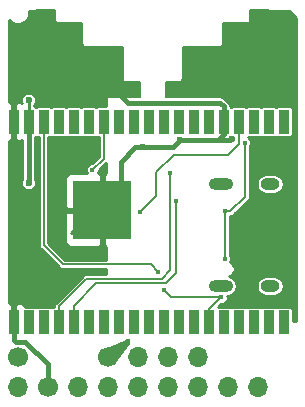
<source format=gbl>
G04 #@! TF.GenerationSoftware,KiCad,Pcbnew,5.0.2+dfsg1-1*
G04 #@! TF.CreationDate,2021-01-20T13:30:11+01:00*
G04 #@! TF.ProjectId,edgedriver,65646765-6472-4697-9665-722e6b696361,rev?*
G04 #@! TF.SameCoordinates,Original*
G04 #@! TF.FileFunction,Copper,L4,Bot*
G04 #@! TF.FilePolarity,Positive*
%FSLAX46Y46*%
G04 Gerber Fmt 4.6, Leading zero omitted, Abs format (unit mm)*
G04 Created by KiCad (PCBNEW 5.0.2+dfsg1-1) date Wed Jan 20 13:30:11 2021*
%MOMM*%
%LPD*%
G01*
G04 APERTURE LIST*
G04 #@! TA.AperFunction,SMDPad,CuDef*
%ADD10R,0.900000X2.000000*%
G04 #@! TD*
G04 #@! TA.AperFunction,SMDPad,CuDef*
%ADD11R,5.000000X5.000000*%
G04 #@! TD*
G04 #@! TA.AperFunction,ComponentPad*
%ADD12O,1.600000X1.000000*%
G04 #@! TD*
G04 #@! TA.AperFunction,ComponentPad*
%ADD13O,2.100000X1.000000*%
G04 #@! TD*
G04 #@! TA.AperFunction,ComponentPad*
%ADD14C,1.700000*%
G04 #@! TD*
G04 #@! TA.AperFunction,ComponentPad*
%ADD15O,1.700000X1.700000*%
G04 #@! TD*
G04 #@! TA.AperFunction,ViaPad*
%ADD16C,0.450000*%
G04 #@! TD*
G04 #@! TA.AperFunction,ViaPad*
%ADD17C,0.600000*%
G04 #@! TD*
G04 #@! TA.AperFunction,Conductor*
%ADD18C,0.250000*%
G04 #@! TD*
G04 #@! TA.AperFunction,Conductor*
%ADD19C,0.400000*%
G04 #@! TD*
G04 #@! TA.AperFunction,Conductor*
%ADD20C,0.240000*%
G04 #@! TD*
G04 #@! TA.AperFunction,Conductor*
%ADD21C,0.200000*%
G04 #@! TD*
G04 #@! TA.AperFunction,Conductor*
%ADD22C,0.150000*%
G04 #@! TD*
G04 #@! TA.AperFunction,Conductor*
%ADD23C,0.254000*%
G04 #@! TD*
G04 APERTURE END LIST*
D10*
G04 #@! TO.P,U1,1*
G04 #@! TO.N,GND*
X-11760000Y22500000D03*
G04 #@! TO.P,U1,2*
G04 #@! TO.N,3V3*
X-10490000Y22500000D03*
G04 #@! TO.P,U1,3*
G04 #@! TO.N,ESPEN*
X-9220000Y22500000D03*
G04 #@! TO.P,U1,4*
G04 #@! TO.N,Net-(U1-Pad4)*
X-7950000Y22500000D03*
G04 #@! TO.P,U1,5*
G04 #@! TO.N,Net-(U1-Pad5)*
X-6680000Y22500000D03*
G04 #@! TO.P,U1,6*
G04 #@! TO.N,Net-(U1-Pad6)*
X-5410000Y22500000D03*
G04 #@! TO.P,U1,7*
G04 #@! TO.N,STMTX*
X-4140000Y22500000D03*
G04 #@! TO.P,U1,8*
G04 #@! TO.N,Net-(U1-Pad8)*
X-2870000Y22500000D03*
G04 #@! TO.P,U1,9*
G04 #@! TO.N,Net-(U1-Pad9)*
X-1600000Y22500000D03*
G04 #@! TO.P,U1,10*
G04 #@! TO.N,Net-(U1-Pad10)*
X-330000Y22500000D03*
G04 #@! TO.P,U1,11*
G04 #@! TO.N,Net-(U1-Pad11)*
X940000Y22500000D03*
G04 #@! TO.P,U1,12*
G04 #@! TO.N,Net-(U1-Pad12)*
X2210000Y22500000D03*
G04 #@! TO.P,U1,13*
G04 #@! TO.N,Net-(U1-Pad13)*
X3480000Y22500000D03*
G04 #@! TO.P,U1,14*
G04 #@! TO.N,Net-(U1-Pad14)*
X4750000Y22500000D03*
G04 #@! TO.P,U1,15*
G04 #@! TO.N,GND*
X6020000Y22500000D03*
G04 #@! TO.P,U1,16*
G04 #@! TO.N,STMRX*
X7290000Y22500000D03*
G04 #@! TO.P,U1,17*
G04 #@! TO.N,Net-(U1-Pad17)*
X8560000Y22500000D03*
G04 #@! TO.P,U1,18*
G04 #@! TO.N,Net-(U1-Pad18)*
X9830000Y22500000D03*
G04 #@! TO.P,U1,19*
G04 #@! TO.N,Net-(U1-Pad19)*
X11100000Y22500000D03*
G04 #@! TO.P,U1,20*
G04 #@! TO.N,Net-(U1-Pad20)*
X11100000Y5500000D03*
G04 #@! TO.P,U1,21*
G04 #@! TO.N,Net-(U1-Pad21)*
X9830000Y5500000D03*
G04 #@! TO.P,U1,22*
G04 #@! TO.N,Net-(U1-Pad22)*
X8560000Y5500000D03*
G04 #@! TO.P,U1,23*
G04 #@! TO.N,Net-(U1-Pad23)*
X7290000Y5500000D03*
G04 #@! TO.P,U1,24*
G04 #@! TO.N,Net-(U1-Pad24)*
X6020000Y5500000D03*
G04 #@! TO.P,U1,25*
G04 #@! TO.N,ESPRST*
X4750000Y5500000D03*
G04 #@! TO.P,U1,26*
G04 #@! TO.N,Net-(U1-Pad26)*
X3480000Y5500000D03*
G04 #@! TO.P,U1,27*
G04 #@! TO.N,Net-(U1-Pad27)*
X2210000Y5500000D03*
G04 #@! TO.P,U1,28*
G04 #@! TO.N,Net-(U1-Pad28)*
X940000Y5500000D03*
G04 #@! TO.P,U1,29*
G04 #@! TO.N,Net-(U1-Pad29)*
X-330000Y5500000D03*
G04 #@! TO.P,U1,30*
G04 #@! TO.N,Net-(U1-Pad30)*
X-1600000Y5500000D03*
G04 #@! TO.P,U1,31*
G04 #@! TO.N,Net-(U1-Pad31)*
X-2870000Y5500000D03*
G04 #@! TO.P,U1,32*
G04 #@! TO.N,Net-(U1-Pad32)*
X-4140000Y5500000D03*
G04 #@! TO.P,U1,33*
G04 #@! TO.N,Net-(U1-Pad33)*
X-5410000Y5500000D03*
G04 #@! TO.P,U1,34*
G04 #@! TO.N,ESPRX*
X-6680000Y5500000D03*
G04 #@! TO.P,U1,35*
G04 #@! TO.N,ESPTX*
X-7950000Y5500000D03*
G04 #@! TO.P,U1,36*
G04 #@! TO.N,Net-(U1-Pad36)*
X-9220000Y5500000D03*
G04 #@! TO.P,U1,37*
G04 #@! TO.N,Net-(U1-Pad37)*
X-10490000Y5500000D03*
G04 #@! TO.P,U1,38*
G04 #@! TO.N,GND*
X-11760000Y5500000D03*
D11*
G04 #@! TO.P,U1,39*
X-4260000Y15000000D03*
G04 #@! TD*
D12*
G04 #@! TO.P,J2,S1*
G04 #@! TO.N,GND*
X9950000Y17220000D03*
X9950000Y8580000D03*
D13*
X5770000Y8580000D03*
X5770000Y17220000D03*
G04 #@! TD*
D14*
G04 #@! TO.P,J4,1*
G04 #@! TO.N,SWDIO*
X-11430000Y2540000D03*
D15*
G04 #@! TO.P,J4,2*
G04 #@! TO.N,SWDCLK*
X-11430000Y0D03*
G04 #@! TD*
D14*
G04 #@! TO.P,J3,1*
G04 #@! TO.N,Net-(J3-Pad1)*
X-3810000Y2540000D03*
D15*
G04 #@! TO.P,J3,2*
G04 #@! TO.N,Net-(J3-Pad2)*
X-1270000Y2540000D03*
G04 #@! TO.P,J3,3*
G04 #@! TO.N,Net-(J3-Pad3)*
X1270000Y2540000D03*
G04 #@! TO.P,J3,4*
G04 #@! TO.N,Net-(J3-Pad4)*
X3810000Y2540000D03*
G04 #@! TD*
D14*
G04 #@! TO.P,J1,1*
G04 #@! TO.N,GND*
X-8890000Y0D03*
D15*
G04 #@! TO.P,J1,2*
X-6350000Y0D03*
G04 #@! TO.P,J1,3*
G04 #@! TO.N,Net-(J1-Pad3)*
X-3810000Y0D03*
G04 #@! TO.P,J1,4*
G04 #@! TO.N,Net-(J1-Pad4)*
X-1270000Y0D03*
G04 #@! TO.P,J1,5*
G04 #@! TO.N,Net-(J1-Pad5)*
X1270000Y0D03*
G04 #@! TO.P,J1,6*
G04 #@! TO.N,Net-(J1-Pad6)*
X3810000Y0D03*
G04 #@! TO.P,J1,7*
G04 #@! TO.N,+5V*
X6350000Y0D03*
G04 #@! TO.P,J1,8*
X8890000Y0D03*
G04 #@! TD*
D16*
G04 #@! TO.N,+5V*
X6800000Y12800000D03*
X8100000Y14100000D03*
D17*
G04 #@! TO.N,GND*
X-4000000Y26000000D03*
X-5500000Y26000000D03*
X-7000000Y26000000D03*
X-7000000Y27500000D03*
X-5500000Y27500000D03*
X-4000000Y27500000D03*
X-7000000Y29000000D03*
X-8500000Y27500000D03*
X-8500000Y29000000D03*
X-8500000Y26000000D03*
X2300000Y20900000D03*
X6700000Y21000000D03*
X-11700000Y24400000D03*
X-2600000Y12800000D03*
X-800000Y20300000D03*
X-11600000Y15800000D03*
X-3700000Y16400000D03*
X-11290000Y7300000D03*
X-9300000Y7200000D03*
X-4600000Y13400000D03*
X-10000000Y14600000D03*
D16*
X-5500000Y20900000D03*
X-8000000Y20900000D03*
X-7300000Y19300000D03*
X-5000000Y19300000D03*
X-4600000Y11100000D03*
X-7200000Y11200000D03*
X-8500000Y12500000D03*
X-7400000Y8500000D03*
G04 #@! TO.N,Net-(C1-Pad1)*
X6100000Y14900000D03*
X6100000Y10900000D03*
X7800000Y20700000D03*
D17*
G04 #@! TO.N,+5V*
X8500000Y27500000D03*
X7000000Y27500000D03*
X7000000Y29000000D03*
X7000000Y26000000D03*
X8500000Y29000000D03*
X5500000Y27500000D03*
X5500000Y26000000D03*
X8500000Y26000000D03*
X11600000Y8100000D03*
X6600000Y7500000D03*
X9400000Y7200000D03*
G04 #@! TO.N,3V3*
X-10500000Y17300000D03*
X-10500000Y24300000D03*
D16*
G04 #@! TO.N,ESPEN*
X500000Y9800000D03*
G04 #@! TO.N,Net-(J3-Pad1)*
X-2100000Y3900000D03*
G04 #@! TO.N,ESPRST*
X5800000Y7600000D03*
X1000000Y8200000D03*
G04 #@! TO.N,ESPRX*
X2010000Y15770000D03*
G04 #@! TO.N,ESPTX*
X1500000Y18160000D03*
G04 #@! TO.N,STMTX*
X-5100000Y18400000D03*
G04 #@! TO.N,STMRX*
X-1100000Y14800000D03*
G04 #@! TD*
D18*
G04 #@! TO.N,GND*
X-11760000Y5500000D02*
X-11760000Y6240000D01*
D19*
X-4000000Y26000000D02*
X-2100000Y24100000D01*
X5700000Y24100000D02*
X-2100000Y24100000D01*
X6020000Y23780000D02*
X5700000Y24100000D01*
X6020000Y23780000D02*
X6020000Y22500000D01*
X-10100000Y26000000D02*
X-8500000Y26000000D01*
X-11700000Y24400000D02*
X-10100000Y26000000D01*
X6020000Y22500000D02*
X6020000Y23365996D01*
X2300000Y20900000D02*
X2290000Y20900000D01*
D20*
X2290000Y20900000D02*
X2290000Y20800000D01*
X2290000Y20800000D02*
X2290000Y20800000D01*
D19*
X2300000Y20900000D02*
X5400000Y20900000D01*
X5400000Y20900000D02*
X5500000Y20900000D01*
X6020000Y21420000D02*
X6020000Y22500000D01*
X5500000Y20900000D02*
X6020000Y21420000D01*
X5400000Y20900000D02*
X6600000Y20900000D01*
X6600000Y20900000D02*
X6700000Y21000000D01*
D20*
X-11760000Y24340000D02*
X-11760000Y22500000D01*
X-11700000Y24400000D02*
X-11760000Y24340000D01*
D19*
X-8890000Y0D02*
X-8890000Y1970000D01*
X-11760000Y4010000D02*
X-11760000Y5500000D01*
X-11590000Y3840000D02*
X-11760000Y4010000D01*
X-10760000Y3840000D02*
X-11590000Y3840000D01*
X-8890000Y1970000D02*
X-10760000Y3840000D01*
X-2700000Y19100000D02*
X-2700000Y16560000D01*
X-1500000Y20300000D02*
X-2700000Y19100000D01*
X2300000Y20900000D02*
X1700000Y20300000D01*
X-2700000Y16560000D02*
X-4260000Y15000000D01*
X1700000Y20300000D02*
X-1500000Y20300000D01*
X-11760000Y22500000D02*
X-11760000Y15960000D01*
X-11760000Y15960000D02*
X-11600000Y15800000D01*
D20*
X-4260000Y15000000D02*
X-5000000Y15000000D01*
X-5000000Y15000000D02*
X-6900000Y13100000D01*
X-11600000Y15800000D02*
X-11200000Y15800000D01*
X-11200000Y15800000D02*
X-10000000Y14600000D01*
D21*
G04 #@! TO.N,Net-(C1-Pad1)*
X6100000Y14900000D02*
X6100000Y10900000D01*
X7800000Y20700000D02*
X7800000Y16100000D01*
X7800000Y16100000D02*
X6600000Y14900000D01*
X6100000Y14900000D02*
X6600000Y14900000D01*
D20*
G04 #@! TO.N,+5V*
X10000000Y9900000D02*
X11500000Y9900000D01*
D19*
G04 #@! TO.N,3V3*
X-10500000Y22490000D02*
X-10490000Y22500000D01*
X-10500000Y17300000D02*
X-10500000Y22490000D01*
D20*
X-10490000Y24290000D02*
X-10490000Y22500000D01*
X-10500000Y24300000D02*
X-10490000Y24290000D01*
D22*
G04 #@! TO.N,ESPEN*
X-9220000Y12020000D02*
X-9220000Y22500000D01*
X-7600000Y10400000D02*
X-9220000Y12020000D01*
X-100000Y10400000D02*
X-7600000Y10400000D01*
X500000Y9800000D02*
X-100000Y10400000D01*
G04 #@! TO.N,Net-(J3-Pad1)*
X-3370000Y2540000D02*
X-3810000Y2540000D01*
D20*
X-2050000Y3860000D02*
X-3370000Y2540000D01*
D22*
G04 #@! TO.N,ESPRST*
X4750000Y6650000D02*
X4750000Y5500000D01*
X5800000Y7600000D02*
X4750000Y6650000D01*
X1600000Y7600000D02*
X5800000Y7600000D01*
X1000000Y8200000D02*
X1600000Y7600000D01*
D18*
G04 #@! TO.N,ESPRX*
X-6680000Y6420000D02*
X-6680000Y5500000D01*
X-6680000Y6420000D02*
X-6680000Y5500000D01*
D22*
X-6680000Y6920000D02*
X-6680000Y5500000D01*
X-4800000Y8800000D02*
X-6680000Y6920000D01*
X1100000Y8800000D02*
X-4800000Y8800000D01*
X1970000Y9670000D02*
X1100000Y8800000D01*
X1970000Y15730000D02*
X1970000Y9670000D01*
X2010000Y15770000D02*
X1970000Y15730000D01*
G04 #@! TO.N,ESPTX*
X-7950000Y6850000D02*
X-7950000Y5500000D01*
X-5600000Y9200000D02*
X-7950000Y6850000D01*
X1500000Y18160000D02*
X1500000Y9900000D01*
X800000Y9200000D02*
X-5600000Y9200000D01*
X1500000Y9900000D02*
X800000Y9200000D01*
G04 #@! TO.N,STMTX*
X-4140000Y19360000D02*
X-4140000Y22500000D01*
X-5100000Y18400000D02*
X-4140000Y19360000D01*
G04 #@! TO.N,STMRX*
X300000Y16200000D02*
X300000Y18200000D01*
X300000Y18200000D02*
X1800000Y19700000D01*
X1800000Y19700000D02*
X6400000Y19700000D01*
X-1100000Y14800000D02*
X300000Y16200000D01*
X7290000Y20590000D02*
X7290000Y22500000D01*
X6400000Y19700000D02*
X7290000Y20590000D01*
G04 #@! TD*
D21*
G04 #@! TO.N,GND*
G36*
X-8225000Y31287760D02*
X-8274540Y31213617D01*
X-8297158Y31099910D01*
X-8274540Y30986203D01*
X-8210131Y30889807D01*
X-8113735Y30825398D01*
X-8028729Y30808489D01*
X-5941204Y30808489D01*
X-5941205Y29128735D01*
X-5946914Y29100034D01*
X-5924296Y28986327D01*
X-5859887Y28889931D01*
X-5763491Y28825522D01*
X-5649784Y28802904D01*
X-5621084Y28808613D01*
X-2541412Y28808613D01*
X-2541413Y26128399D01*
X-2547122Y26099698D01*
X-2524504Y25985991D01*
X-2460095Y25889595D01*
X-2363699Y25825186D01*
X-2249992Y25802568D01*
X-2221292Y25808277D01*
X-1100000Y25808277D01*
X-1100000Y24600000D01*
X-9900000Y24600000D01*
X-9900000Y31900000D01*
X-8225000Y31900000D01*
X-8225000Y31287760D01*
X-8225000Y31287760D01*
G37*
X-8225000Y31287760D02*
X-8274540Y31213617D01*
X-8297158Y31099910D01*
X-8274540Y30986203D01*
X-8210131Y30889807D01*
X-8113735Y30825398D01*
X-8028729Y30808489D01*
X-5941204Y30808489D01*
X-5941205Y29128735D01*
X-5946914Y29100034D01*
X-5924296Y28986327D01*
X-5859887Y28889931D01*
X-5763491Y28825522D01*
X-5649784Y28802904D01*
X-5621084Y28808613D01*
X-2541412Y28808613D01*
X-2541413Y26128399D01*
X-2547122Y26099698D01*
X-2524504Y25985991D01*
X-2460095Y25889595D01*
X-2363699Y25825186D01*
X-2249992Y25802568D01*
X-2221292Y25808277D01*
X-1100000Y25808277D01*
X-1100000Y24600000D01*
X-9900000Y24600000D01*
X-9900000Y31900000D01*
X-8225000Y31900000D01*
X-8225000Y31287760D01*
G04 #@! TO.N,+5V*
G36*
X9900000Y24600000D02*
X5749241Y24600000D01*
X5700000Y24609795D01*
X5650759Y24600000D01*
X1100000Y24600000D01*
X1100000Y25808277D01*
X2221292Y25808277D01*
X2249992Y25802568D01*
X2363699Y25825186D01*
X2460095Y25889595D01*
X2524504Y25985991D01*
X2541413Y26070997D01*
X2541413Y26070998D01*
X2547122Y26099698D01*
X2541413Y26128399D01*
X2541413Y28808613D01*
X5620567Y28808613D01*
X5649267Y28802904D01*
X5762974Y28825522D01*
X5859370Y28889931D01*
X5923779Y28986327D01*
X5940688Y29071333D01*
X5940688Y29071334D01*
X5946397Y29100034D01*
X5940688Y29128735D01*
X5940688Y30808489D01*
X8028213Y30808489D01*
X8113219Y30825398D01*
X8209615Y30889807D01*
X8274024Y30986203D01*
X8296642Y31099910D01*
X8274024Y31213617D01*
X8225000Y31286987D01*
X8225000Y31900000D01*
X9900000Y31900000D01*
X9900000Y24600000D01*
X9900000Y24600000D01*
G37*
X9900000Y24600000D02*
X5749241Y24600000D01*
X5700000Y24609795D01*
X5650759Y24600000D01*
X1100000Y24600000D01*
X1100000Y25808277D01*
X2221292Y25808277D01*
X2249992Y25802568D01*
X2363699Y25825186D01*
X2460095Y25889595D01*
X2524504Y25985991D01*
X2541413Y26070997D01*
X2541413Y26070998D01*
X2547122Y26099698D01*
X2541413Y26128399D01*
X2541413Y28808613D01*
X5620567Y28808613D01*
X5649267Y28802904D01*
X5762974Y28825522D01*
X5859370Y28889931D01*
X5923779Y28986327D01*
X5940688Y29071333D01*
X5940688Y29071334D01*
X5946397Y29100034D01*
X5940688Y29128735D01*
X5940688Y30808489D01*
X8028213Y30808489D01*
X8113219Y30825398D01*
X8209615Y30889807D01*
X8274024Y30986203D01*
X8296642Y31099910D01*
X8274024Y31213617D01*
X8225000Y31286987D01*
X8225000Y31900000D01*
X9900000Y31900000D01*
X9900000Y24600000D01*
D23*
G36*
X12173000Y31247394D02*
X12173000Y5627000D01*
X11883406Y5627000D01*
X11883406Y6500000D01*
X11858027Y6627589D01*
X11785754Y6735754D01*
X11677589Y6808027D01*
X11550000Y6833406D01*
X10650000Y6833406D01*
X10522411Y6808027D01*
X10465000Y6769666D01*
X10407589Y6808027D01*
X10280000Y6833406D01*
X9380000Y6833406D01*
X9252411Y6808027D01*
X9195000Y6769666D01*
X9137589Y6808027D01*
X9010000Y6833406D01*
X8110000Y6833406D01*
X7982411Y6808027D01*
X7925000Y6769666D01*
X7867589Y6808027D01*
X7740000Y6833406D01*
X6840000Y6833406D01*
X6712411Y6808027D01*
X6655000Y6769666D01*
X6597589Y6808027D01*
X6470000Y6833406D01*
X5570000Y6833406D01*
X5546792Y6828790D01*
X5789078Y7048000D01*
X5909800Y7048000D01*
X6112683Y7132037D01*
X6267963Y7287317D01*
X6352000Y7490200D01*
X6352000Y7709800D01*
X6334106Y7753000D01*
X6401448Y7753000D01*
X6642679Y7800984D01*
X6916233Y7983767D01*
X7099016Y8257321D01*
X7163201Y8580000D01*
X8806799Y8580000D01*
X8870984Y8257321D01*
X9053767Y7983767D01*
X9327321Y7800984D01*
X9568552Y7753000D01*
X10331448Y7753000D01*
X10572679Y7800984D01*
X10846233Y7983767D01*
X11029016Y8257321D01*
X11093201Y8580000D01*
X11029016Y8902679D01*
X10846233Y9176233D01*
X10572679Y9359016D01*
X10331448Y9407000D01*
X9568552Y9407000D01*
X9327321Y9359016D01*
X9053767Y9176233D01*
X8870984Y8902679D01*
X8806799Y8580000D01*
X7163201Y8580000D01*
X7099016Y8902679D01*
X6916233Y9176233D01*
X6642679Y9359016D01*
X6500446Y9387308D01*
X6669328Y9457261D01*
X6852739Y9640672D01*
X6952000Y9880309D01*
X6952000Y10139691D01*
X6852739Y10379328D01*
X6669328Y10562739D01*
X6574118Y10602176D01*
X6652000Y10790200D01*
X6652000Y11009800D01*
X6567963Y11212683D01*
X6527000Y11253646D01*
X6527000Y14473000D01*
X6557947Y14473000D01*
X6600000Y14464635D01*
X6642053Y14473000D01*
X6642054Y14473000D01*
X6766607Y14497775D01*
X6907850Y14592150D01*
X6931675Y14627807D01*
X8072198Y15768329D01*
X8107850Y15792150D01*
X8202225Y15933393D01*
X8227000Y16057946D01*
X8235365Y16099999D01*
X8227000Y16142052D01*
X8227000Y17220000D01*
X8806799Y17220000D01*
X8870984Y16897321D01*
X9053767Y16623767D01*
X9327321Y16440984D01*
X9568552Y16393000D01*
X10331448Y16393000D01*
X10572679Y16440984D01*
X10846233Y16623767D01*
X11029016Y16897321D01*
X11093201Y17220000D01*
X11029016Y17542679D01*
X10846233Y17816233D01*
X10572679Y17999016D01*
X10331448Y18047000D01*
X9568552Y18047000D01*
X9327321Y17999016D01*
X9053767Y17816233D01*
X8870984Y17542679D01*
X8806799Y17220000D01*
X8227000Y17220000D01*
X8227000Y20346354D01*
X8267963Y20387317D01*
X8352000Y20590200D01*
X8352000Y20809800D01*
X8267963Y21012683D01*
X8114052Y21166594D01*
X9010000Y21166594D01*
X9137589Y21191973D01*
X9195000Y21230334D01*
X9252411Y21191973D01*
X9380000Y21166594D01*
X10280000Y21166594D01*
X10407589Y21191973D01*
X10465000Y21230334D01*
X10522411Y21191973D01*
X10650000Y21166594D01*
X11550000Y21166594D01*
X11677589Y21191973D01*
X11785754Y21264246D01*
X11858027Y21372411D01*
X11883406Y21500000D01*
X11883406Y23500000D01*
X11858027Y23627589D01*
X11785754Y23735754D01*
X11677589Y23808027D01*
X11550000Y23833406D01*
X10650000Y23833406D01*
X10522411Y23808027D01*
X10465000Y23769666D01*
X10407589Y23808027D01*
X10280000Y23833406D01*
X9380000Y23833406D01*
X9252411Y23808027D01*
X9195000Y23769666D01*
X9137589Y23808027D01*
X9010000Y23833406D01*
X8110000Y23833406D01*
X7982411Y23808027D01*
X7925000Y23769666D01*
X7867589Y23808027D01*
X7740000Y23833406D01*
X6840000Y23833406D01*
X6712411Y23808027D01*
X6655000Y23769666D01*
X6597589Y23808027D01*
X6549860Y23817521D01*
X6547000Y23831899D01*
X6547000Y23831903D01*
X6516423Y23985625D01*
X6399945Y24159945D01*
X6355943Y24189347D01*
X6109346Y24435944D01*
X6079945Y24479945D01*
X5905625Y24596423D01*
X5751903Y24627000D01*
X5751898Y24627000D01*
X5700000Y24637323D01*
X5648102Y24627000D01*
X3927000Y24627000D01*
X3927000Y25341353D01*
X9282355Y29903322D01*
X9313083Y29942197D01*
X9327000Y30000000D01*
X9327000Y31873000D01*
X11547394Y31873000D01*
X12173000Y31247394D01*
X12173000Y31247394D01*
G37*
X12173000Y31247394D02*
X12173000Y5627000D01*
X11883406Y5627000D01*
X11883406Y6500000D01*
X11858027Y6627589D01*
X11785754Y6735754D01*
X11677589Y6808027D01*
X11550000Y6833406D01*
X10650000Y6833406D01*
X10522411Y6808027D01*
X10465000Y6769666D01*
X10407589Y6808027D01*
X10280000Y6833406D01*
X9380000Y6833406D01*
X9252411Y6808027D01*
X9195000Y6769666D01*
X9137589Y6808027D01*
X9010000Y6833406D01*
X8110000Y6833406D01*
X7982411Y6808027D01*
X7925000Y6769666D01*
X7867589Y6808027D01*
X7740000Y6833406D01*
X6840000Y6833406D01*
X6712411Y6808027D01*
X6655000Y6769666D01*
X6597589Y6808027D01*
X6470000Y6833406D01*
X5570000Y6833406D01*
X5546792Y6828790D01*
X5789078Y7048000D01*
X5909800Y7048000D01*
X6112683Y7132037D01*
X6267963Y7287317D01*
X6352000Y7490200D01*
X6352000Y7709800D01*
X6334106Y7753000D01*
X6401448Y7753000D01*
X6642679Y7800984D01*
X6916233Y7983767D01*
X7099016Y8257321D01*
X7163201Y8580000D01*
X8806799Y8580000D01*
X8870984Y8257321D01*
X9053767Y7983767D01*
X9327321Y7800984D01*
X9568552Y7753000D01*
X10331448Y7753000D01*
X10572679Y7800984D01*
X10846233Y7983767D01*
X11029016Y8257321D01*
X11093201Y8580000D01*
X11029016Y8902679D01*
X10846233Y9176233D01*
X10572679Y9359016D01*
X10331448Y9407000D01*
X9568552Y9407000D01*
X9327321Y9359016D01*
X9053767Y9176233D01*
X8870984Y8902679D01*
X8806799Y8580000D01*
X7163201Y8580000D01*
X7099016Y8902679D01*
X6916233Y9176233D01*
X6642679Y9359016D01*
X6500446Y9387308D01*
X6669328Y9457261D01*
X6852739Y9640672D01*
X6952000Y9880309D01*
X6952000Y10139691D01*
X6852739Y10379328D01*
X6669328Y10562739D01*
X6574118Y10602176D01*
X6652000Y10790200D01*
X6652000Y11009800D01*
X6567963Y11212683D01*
X6527000Y11253646D01*
X6527000Y14473000D01*
X6557947Y14473000D01*
X6600000Y14464635D01*
X6642053Y14473000D01*
X6642054Y14473000D01*
X6766607Y14497775D01*
X6907850Y14592150D01*
X6931675Y14627807D01*
X8072198Y15768329D01*
X8107850Y15792150D01*
X8202225Y15933393D01*
X8227000Y16057946D01*
X8235365Y16099999D01*
X8227000Y16142052D01*
X8227000Y17220000D01*
X8806799Y17220000D01*
X8870984Y16897321D01*
X9053767Y16623767D01*
X9327321Y16440984D01*
X9568552Y16393000D01*
X10331448Y16393000D01*
X10572679Y16440984D01*
X10846233Y16623767D01*
X11029016Y16897321D01*
X11093201Y17220000D01*
X11029016Y17542679D01*
X10846233Y17816233D01*
X10572679Y17999016D01*
X10331448Y18047000D01*
X9568552Y18047000D01*
X9327321Y17999016D01*
X9053767Y17816233D01*
X8870984Y17542679D01*
X8806799Y17220000D01*
X8227000Y17220000D01*
X8227000Y20346354D01*
X8267963Y20387317D01*
X8352000Y20590200D01*
X8352000Y20809800D01*
X8267963Y21012683D01*
X8114052Y21166594D01*
X9010000Y21166594D01*
X9137589Y21191973D01*
X9195000Y21230334D01*
X9252411Y21191973D01*
X9380000Y21166594D01*
X10280000Y21166594D01*
X10407589Y21191973D01*
X10465000Y21230334D01*
X10522411Y21191973D01*
X10650000Y21166594D01*
X11550000Y21166594D01*
X11677589Y21191973D01*
X11785754Y21264246D01*
X11858027Y21372411D01*
X11883406Y21500000D01*
X11883406Y23500000D01*
X11858027Y23627589D01*
X11785754Y23735754D01*
X11677589Y23808027D01*
X11550000Y23833406D01*
X10650000Y23833406D01*
X10522411Y23808027D01*
X10465000Y23769666D01*
X10407589Y23808027D01*
X10280000Y23833406D01*
X9380000Y23833406D01*
X9252411Y23808027D01*
X9195000Y23769666D01*
X9137589Y23808027D01*
X9010000Y23833406D01*
X8110000Y23833406D01*
X7982411Y23808027D01*
X7925000Y23769666D01*
X7867589Y23808027D01*
X7740000Y23833406D01*
X6840000Y23833406D01*
X6712411Y23808027D01*
X6655000Y23769666D01*
X6597589Y23808027D01*
X6549860Y23817521D01*
X6547000Y23831899D01*
X6547000Y23831903D01*
X6516423Y23985625D01*
X6399945Y24159945D01*
X6355943Y24189347D01*
X6109346Y24435944D01*
X6079945Y24479945D01*
X5905625Y24596423D01*
X5751903Y24627000D01*
X5751898Y24627000D01*
X5700000Y24637323D01*
X5648102Y24627000D01*
X3927000Y24627000D01*
X3927000Y25341353D01*
X9282355Y29903322D01*
X9313083Y29942197D01*
X9327000Y30000000D01*
X9327000Y31873000D01*
X11547394Y31873000D01*
X12173000Y31247394D01*
G04 #@! TO.N,GND*
G36*
X-9327000Y30000000D02*
X-9317333Y29951399D01*
X-9282355Y29903322D01*
X-3927000Y25341353D01*
X-3927000Y23833406D01*
X-4590000Y23833406D01*
X-4717589Y23808027D01*
X-4775000Y23769666D01*
X-4832411Y23808027D01*
X-4960000Y23833406D01*
X-5860000Y23833406D01*
X-5987589Y23808027D01*
X-6045000Y23769666D01*
X-6102411Y23808027D01*
X-6230000Y23833406D01*
X-7130000Y23833406D01*
X-7257589Y23808027D01*
X-7315000Y23769666D01*
X-7372411Y23808027D01*
X-7500000Y23833406D01*
X-8400000Y23833406D01*
X-8527589Y23808027D01*
X-8585000Y23769666D01*
X-8642411Y23808027D01*
X-8770000Y23833406D01*
X-9670000Y23833406D01*
X-9797589Y23808027D01*
X-9855000Y23769666D01*
X-9912411Y23808027D01*
X-10040000Y23833406D01*
X-10043000Y23833406D01*
X-10043000Y23870288D01*
X-9968455Y23944833D01*
X-9873000Y24175282D01*
X-9873000Y24424718D01*
X-9968455Y24655167D01*
X-10144833Y24831545D01*
X-10375282Y24927000D01*
X-10624718Y24927000D01*
X-10855167Y24831545D01*
X-11031545Y24655167D01*
X-11127000Y24424718D01*
X-11127000Y24175282D01*
X-11095118Y24098312D01*
X-11183690Y24135000D01*
X-11474250Y24135000D01*
X-11633000Y23976250D01*
X-11633000Y22627000D01*
X-11613000Y22627000D01*
X-11613000Y22373000D01*
X-11633000Y22373000D01*
X-11633000Y21023750D01*
X-11474250Y20865000D01*
X-11183690Y20865000D01*
X-11026999Y20929903D01*
X-11027000Y17659712D01*
X-11031545Y17655167D01*
X-11127000Y17424718D01*
X-11127000Y17175282D01*
X-11031545Y16944833D01*
X-10855167Y16768455D01*
X-10624718Y16673000D01*
X-10375282Y16673000D01*
X-10144833Y16768455D01*
X-9968455Y16944833D01*
X-9873000Y17175282D01*
X-9873000Y17424718D01*
X-9968455Y17655167D01*
X-9973000Y17659712D01*
X-9973000Y21179921D01*
X-9912411Y21191973D01*
X-9855000Y21230334D01*
X-9797589Y21191973D01*
X-9670000Y21166594D01*
X-9621999Y21166594D01*
X-9622000Y12059585D01*
X-9629874Y12020000D01*
X-9622000Y11980415D01*
X-9622000Y11980411D01*
X-9598675Y11863149D01*
X-9509825Y11730175D01*
X-9476262Y11707749D01*
X-7912250Y10143736D01*
X-7889825Y10110175D01*
X-7856265Y10087751D01*
X-7856263Y10087749D01*
X-7795697Y10047280D01*
X-7756852Y10021325D01*
X-7639590Y9998000D01*
X-7639585Y9998000D01*
X-7600000Y9990126D01*
X-7560415Y9998000D01*
X-3927000Y9998000D01*
X-3927000Y9602000D01*
X-5560415Y9602000D01*
X-5600000Y9609874D01*
X-5639585Y9602000D01*
X-5639590Y9602000D01*
X-5756852Y9578675D01*
X-5756854Y9578674D01*
X-5756853Y9578674D01*
X-5856263Y9512251D01*
X-5856265Y9512249D01*
X-5889825Y9489825D01*
X-5912249Y9456264D01*
X-8206262Y7162251D01*
X-8239825Y7139825D01*
X-8328675Y7006851D01*
X-8352000Y6889589D01*
X-8352000Y6889585D01*
X-8359874Y6850000D01*
X-8356573Y6833406D01*
X-8400000Y6833406D01*
X-8527589Y6808027D01*
X-8585000Y6769666D01*
X-8642411Y6808027D01*
X-8770000Y6833406D01*
X-9670000Y6833406D01*
X-9797589Y6808027D01*
X-9855000Y6769666D01*
X-9912411Y6808027D01*
X-10040000Y6833406D01*
X-10760782Y6833406D01*
X-10771673Y6859698D01*
X-10950301Y7038327D01*
X-11183690Y7135000D01*
X-11474250Y7135000D01*
X-11633000Y6976250D01*
X-11633000Y5627000D01*
X-11887000Y5627000D01*
X-11887000Y6976250D01*
X-12045750Y7135000D01*
X-12173000Y7135000D01*
X-12173000Y20865000D01*
X-12045750Y20865000D01*
X-11887000Y21023750D01*
X-11887000Y22373000D01*
X-11907000Y22373000D01*
X-11907000Y22627000D01*
X-11887000Y22627000D01*
X-11887000Y23976250D01*
X-12045750Y24135000D01*
X-12173000Y24135000D01*
X-12173000Y31074544D01*
X-11998154Y30899698D01*
X-11629509Y30747000D01*
X-11230491Y30747000D01*
X-10861846Y30899698D01*
X-10579698Y31181846D01*
X-10427000Y31550491D01*
X-10427000Y31873000D01*
X-9327000Y31873000D01*
X-9327000Y30000000D01*
X-9327000Y30000000D01*
G37*
X-9327000Y30000000D02*
X-9317333Y29951399D01*
X-9282355Y29903322D01*
X-3927000Y25341353D01*
X-3927000Y23833406D01*
X-4590000Y23833406D01*
X-4717589Y23808027D01*
X-4775000Y23769666D01*
X-4832411Y23808027D01*
X-4960000Y23833406D01*
X-5860000Y23833406D01*
X-5987589Y23808027D01*
X-6045000Y23769666D01*
X-6102411Y23808027D01*
X-6230000Y23833406D01*
X-7130000Y23833406D01*
X-7257589Y23808027D01*
X-7315000Y23769666D01*
X-7372411Y23808027D01*
X-7500000Y23833406D01*
X-8400000Y23833406D01*
X-8527589Y23808027D01*
X-8585000Y23769666D01*
X-8642411Y23808027D01*
X-8770000Y23833406D01*
X-9670000Y23833406D01*
X-9797589Y23808027D01*
X-9855000Y23769666D01*
X-9912411Y23808027D01*
X-10040000Y23833406D01*
X-10043000Y23833406D01*
X-10043000Y23870288D01*
X-9968455Y23944833D01*
X-9873000Y24175282D01*
X-9873000Y24424718D01*
X-9968455Y24655167D01*
X-10144833Y24831545D01*
X-10375282Y24927000D01*
X-10624718Y24927000D01*
X-10855167Y24831545D01*
X-11031545Y24655167D01*
X-11127000Y24424718D01*
X-11127000Y24175282D01*
X-11095118Y24098312D01*
X-11183690Y24135000D01*
X-11474250Y24135000D01*
X-11633000Y23976250D01*
X-11633000Y22627000D01*
X-11613000Y22627000D01*
X-11613000Y22373000D01*
X-11633000Y22373000D01*
X-11633000Y21023750D01*
X-11474250Y20865000D01*
X-11183690Y20865000D01*
X-11026999Y20929903D01*
X-11027000Y17659712D01*
X-11031545Y17655167D01*
X-11127000Y17424718D01*
X-11127000Y17175282D01*
X-11031545Y16944833D01*
X-10855167Y16768455D01*
X-10624718Y16673000D01*
X-10375282Y16673000D01*
X-10144833Y16768455D01*
X-9968455Y16944833D01*
X-9873000Y17175282D01*
X-9873000Y17424718D01*
X-9968455Y17655167D01*
X-9973000Y17659712D01*
X-9973000Y21179921D01*
X-9912411Y21191973D01*
X-9855000Y21230334D01*
X-9797589Y21191973D01*
X-9670000Y21166594D01*
X-9621999Y21166594D01*
X-9622000Y12059585D01*
X-9629874Y12020000D01*
X-9622000Y11980415D01*
X-9622000Y11980411D01*
X-9598675Y11863149D01*
X-9509825Y11730175D01*
X-9476262Y11707749D01*
X-7912250Y10143736D01*
X-7889825Y10110175D01*
X-7856265Y10087751D01*
X-7856263Y10087749D01*
X-7795697Y10047280D01*
X-7756852Y10021325D01*
X-7639590Y9998000D01*
X-7639585Y9998000D01*
X-7600000Y9990126D01*
X-7560415Y9998000D01*
X-3927000Y9998000D01*
X-3927000Y9602000D01*
X-5560415Y9602000D01*
X-5600000Y9609874D01*
X-5639585Y9602000D01*
X-5639590Y9602000D01*
X-5756852Y9578675D01*
X-5756854Y9578674D01*
X-5756853Y9578674D01*
X-5856263Y9512251D01*
X-5856265Y9512249D01*
X-5889825Y9489825D01*
X-5912249Y9456264D01*
X-8206262Y7162251D01*
X-8239825Y7139825D01*
X-8328675Y7006851D01*
X-8352000Y6889589D01*
X-8352000Y6889585D01*
X-8359874Y6850000D01*
X-8356573Y6833406D01*
X-8400000Y6833406D01*
X-8527589Y6808027D01*
X-8585000Y6769666D01*
X-8642411Y6808027D01*
X-8770000Y6833406D01*
X-9670000Y6833406D01*
X-9797589Y6808027D01*
X-9855000Y6769666D01*
X-9912411Y6808027D01*
X-10040000Y6833406D01*
X-10760782Y6833406D01*
X-10771673Y6859698D01*
X-10950301Y7038327D01*
X-11183690Y7135000D01*
X-11474250Y7135000D01*
X-11633000Y6976250D01*
X-11633000Y5627000D01*
X-11887000Y5627000D01*
X-11887000Y6976250D01*
X-12045750Y7135000D01*
X-12173000Y7135000D01*
X-12173000Y20865000D01*
X-12045750Y20865000D01*
X-11887000Y21023750D01*
X-11887000Y22373000D01*
X-11907000Y22373000D01*
X-11907000Y22627000D01*
X-11887000Y22627000D01*
X-11887000Y23976250D01*
X-12045750Y24135000D01*
X-12173000Y24135000D01*
X-12173000Y31074544D01*
X-11998154Y30899698D01*
X-11629509Y30747000D01*
X-11230491Y30747000D01*
X-10861846Y30899698D01*
X-10579698Y31181846D01*
X-10427000Y31550491D01*
X-10427000Y31873000D01*
X-9327000Y31873000D01*
X-9327000Y30000000D01*
G36*
X-4717589Y21191973D02*
X-4590000Y21166594D01*
X-4541999Y21166594D01*
X-4542000Y19526514D01*
X-5116513Y18952000D01*
X-5209800Y18952000D01*
X-5412683Y18867963D01*
X-5567963Y18712683D01*
X-5652000Y18509800D01*
X-5652000Y18290200D01*
X-5587714Y18135000D01*
X-6886310Y18135000D01*
X-7119699Y18038327D01*
X-7298327Y17859698D01*
X-7395000Y17626309D01*
X-7395000Y15285750D01*
X-7236250Y15127000D01*
X-4387000Y15127000D01*
X-4387000Y17976250D01*
X-4545750Y18135000D01*
X-4612286Y18135000D01*
X-4548000Y18290200D01*
X-4548000Y18383487D01*
X-3927000Y19004486D01*
X-3927000Y18135000D01*
X-3974250Y18135000D01*
X-4133000Y17976250D01*
X-4133000Y15127000D01*
X-4113000Y15127000D01*
X-4113000Y14873000D01*
X-4133000Y14873000D01*
X-4133000Y12023750D01*
X-3974250Y11865000D01*
X-3927000Y11865000D01*
X-3927000Y10802000D01*
X-7433486Y10802000D01*
X-8818000Y12186513D01*
X-8818000Y14714250D01*
X-7395000Y14714250D01*
X-7395000Y12373691D01*
X-7298327Y12140302D01*
X-7119699Y11961673D01*
X-6886310Y11865000D01*
X-4545750Y11865000D01*
X-4387000Y12023750D01*
X-4387000Y14873000D01*
X-7236250Y14873000D01*
X-7395000Y14714250D01*
X-8818000Y14714250D01*
X-8818000Y21166594D01*
X-8770000Y21166594D01*
X-8642411Y21191973D01*
X-8585000Y21230334D01*
X-8527589Y21191973D01*
X-8400000Y21166594D01*
X-7500000Y21166594D01*
X-7372411Y21191973D01*
X-7315000Y21230334D01*
X-7257589Y21191973D01*
X-7130000Y21166594D01*
X-6230000Y21166594D01*
X-6102411Y21191973D01*
X-6045000Y21230334D01*
X-5987589Y21191973D01*
X-5860000Y21166594D01*
X-4960000Y21166594D01*
X-4832411Y21191973D01*
X-4775000Y21230334D01*
X-4717589Y21191973D01*
X-4717589Y21191973D01*
G37*
X-4717589Y21191973D02*
X-4590000Y21166594D01*
X-4541999Y21166594D01*
X-4542000Y19526514D01*
X-5116513Y18952000D01*
X-5209800Y18952000D01*
X-5412683Y18867963D01*
X-5567963Y18712683D01*
X-5652000Y18509800D01*
X-5652000Y18290200D01*
X-5587714Y18135000D01*
X-6886310Y18135000D01*
X-7119699Y18038327D01*
X-7298327Y17859698D01*
X-7395000Y17626309D01*
X-7395000Y15285750D01*
X-7236250Y15127000D01*
X-4387000Y15127000D01*
X-4387000Y17976250D01*
X-4545750Y18135000D01*
X-4612286Y18135000D01*
X-4548000Y18290200D01*
X-4548000Y18383487D01*
X-3927000Y19004486D01*
X-3927000Y18135000D01*
X-3974250Y18135000D01*
X-4133000Y17976250D01*
X-4133000Y15127000D01*
X-4113000Y15127000D01*
X-4113000Y14873000D01*
X-4133000Y14873000D01*
X-4133000Y12023750D01*
X-3974250Y11865000D01*
X-3927000Y11865000D01*
X-3927000Y10802000D01*
X-7433486Y10802000D01*
X-8818000Y12186513D01*
X-8818000Y14714250D01*
X-7395000Y14714250D01*
X-7395000Y12373691D01*
X-7298327Y12140302D01*
X-7119699Y11961673D01*
X-6886310Y11865000D01*
X-4545750Y11865000D01*
X-4387000Y12023750D01*
X-4387000Y14873000D01*
X-7236250Y14873000D01*
X-7395000Y14714250D01*
X-8818000Y14714250D01*
X-8818000Y21166594D01*
X-8770000Y21166594D01*
X-8642411Y21191973D01*
X-8585000Y21230334D01*
X-8527589Y21191973D01*
X-8400000Y21166594D01*
X-7500000Y21166594D01*
X-7372411Y21191973D01*
X-7315000Y21230334D01*
X-7257589Y21191973D01*
X-7130000Y21166594D01*
X-6230000Y21166594D01*
X-6102411Y21191973D01*
X-6045000Y21230334D01*
X-5987589Y21191973D01*
X-5860000Y21166594D01*
X-4960000Y21166594D01*
X-4832411Y21191973D01*
X-4775000Y21230334D01*
X-4717589Y21191973D01*
G04 #@! TO.N,Net-(J3-Pad1)*
G36*
X-2083109Y3773906D02*
X-3359333Y2066407D01*
X-4044147Y3189183D01*
X-2225914Y3937867D01*
X-2083109Y3773906D01*
X-2083109Y3773906D01*
G37*
X-2083109Y3773906D02*
X-3359333Y2066407D01*
X-4044147Y3189183D01*
X-2225914Y3937867D01*
X-2083109Y3773906D01*
G04 #@! TD*
M02*

</source>
